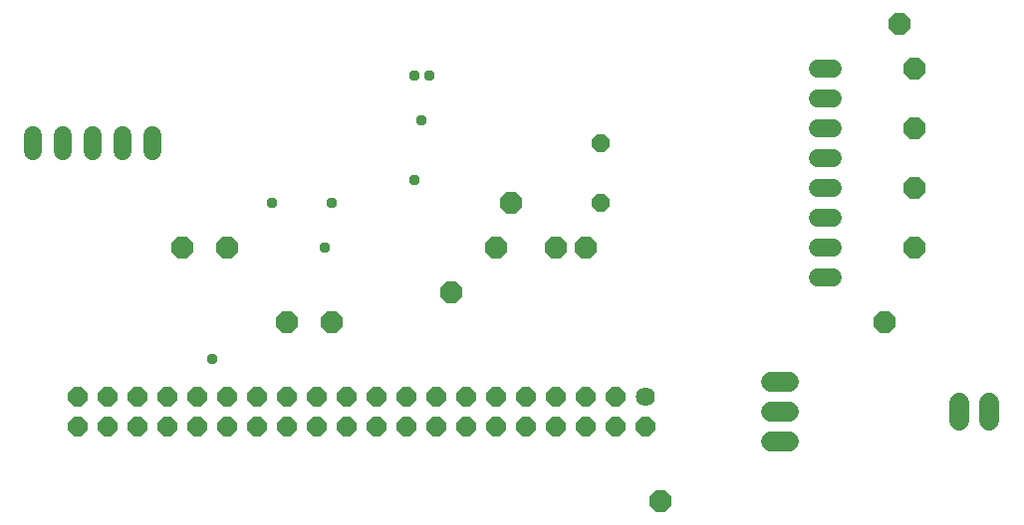
<source format=gbr>
G04 EAGLE Gerber RS-274X export*
G75*
%MOMM*%
%FSLAX34Y34*%
%LPD*%
%INSoldermask Bottom*%
%IPPOS*%
%AMOC8*
5,1,8,0,0,1.08239X$1,22.5*%
G01*
%ADD10C,1.727200*%
%ADD11P,1.951982X8X22.500000*%
%ADD12P,1.649562X8X112.500000*%
%ADD13C,1.524000*%
%ADD14C,1.625600*%
%ADD15P,1.759533X8X202.500000*%
%ADD16C,0.959600*%


D10*
X863600Y106680D02*
X863600Y121920D01*
X889000Y121920D02*
X889000Y106680D01*
D11*
X825500Y254000D03*
X330200Y190500D03*
X469900Y254000D03*
X520700Y254000D03*
X546100Y254000D03*
X609600Y38100D03*
X431800Y215900D03*
X482600Y292100D03*
X825500Y304800D03*
X825500Y355600D03*
X203200Y254000D03*
X800100Y190500D03*
X825500Y406400D03*
X812800Y444500D03*
X241300Y254000D03*
X292100Y190500D03*
D12*
X558800Y292100D03*
X558800Y342900D03*
D10*
X703580Y88900D02*
X718820Y88900D01*
X718820Y114300D02*
X703580Y114300D01*
X703580Y139700D02*
X718820Y139700D01*
D13*
X742696Y228600D02*
X755904Y228600D01*
X755904Y254000D02*
X742696Y254000D01*
X742696Y279400D02*
X755904Y279400D01*
X755904Y304800D02*
X742696Y304800D01*
X742696Y330200D02*
X755904Y330200D01*
X755904Y355600D02*
X742696Y355600D01*
X742696Y381000D02*
X755904Y381000D01*
X755904Y406400D02*
X742696Y406400D01*
D14*
X596900Y127000D03*
D15*
X596900Y101600D03*
X571500Y127000D03*
X571500Y101600D03*
X546100Y127000D03*
X546100Y101600D03*
X520700Y127000D03*
X520700Y101600D03*
X495300Y127000D03*
X495300Y101600D03*
X469900Y127000D03*
X469900Y101600D03*
X444500Y127000D03*
X444500Y101600D03*
X419100Y127000D03*
X419100Y101600D03*
X393700Y127000D03*
X393700Y101600D03*
X368300Y127000D03*
X368300Y101600D03*
X342900Y127000D03*
X342900Y101600D03*
X317500Y127000D03*
X317500Y101600D03*
X292100Y127000D03*
X292100Y101600D03*
X266700Y127000D03*
X266700Y101600D03*
X241300Y127000D03*
X241300Y101600D03*
X215900Y127000D03*
X215900Y101600D03*
X190500Y127000D03*
X190500Y101600D03*
X165100Y127000D03*
X165100Y101600D03*
X139700Y127000D03*
X139700Y101600D03*
X114300Y127000D03*
X114300Y101600D03*
D13*
X76200Y336296D02*
X76200Y349504D01*
X101600Y349504D02*
X101600Y336296D01*
X127000Y336296D02*
X127000Y349504D01*
X152400Y349504D02*
X152400Y336296D01*
X177800Y336296D02*
X177800Y349504D01*
D16*
X400050Y400050D03*
X412750Y400050D03*
X406400Y361950D03*
X323850Y254000D03*
X228600Y158750D03*
X279400Y292100D03*
X330200Y292100D03*
X400050Y311150D03*
M02*

</source>
